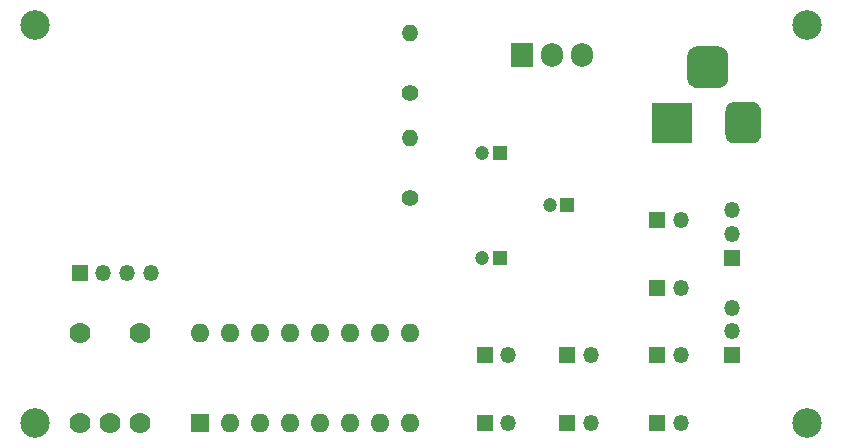
<source format=gbr>
G04 #@! TF.GenerationSoftware,KiCad,Pcbnew,(5.1.5-0-10_14)*
G04 #@! TF.CreationDate,2020-05-21T12:23:14-05:00*
G04 #@! TF.ProjectId,esp12e-oven,65737031-3265-42d6-9f76-656e2e6b6963,rev?*
G04 #@! TF.SameCoordinates,Original*
G04 #@! TF.FileFunction,Soldermask,Bot*
G04 #@! TF.FilePolarity,Negative*
%FSLAX46Y46*%
G04 Gerber Fmt 4.6, Leading zero omitted, Abs format (unit mm)*
G04 Created by KiCad (PCBNEW (5.1.5-0-10_14)) date 2020-05-21 12:23:14*
%MOMM*%
%LPD*%
G04 APERTURE LIST*
%ADD10C,2.500000*%
%ADD11C,0.100000*%
%ADD12R,3.500000X3.500000*%
%ADD13O,1.350000X1.350000*%
%ADD14R,1.350000X1.350000*%
%ADD15O,1.400000X1.400000*%
%ADD16C,1.400000*%
%ADD17C,1.200000*%
%ADD18R,1.200000X1.200000*%
%ADD19O,1.600000X1.600000*%
%ADD20R,1.600000X1.600000*%
%ADD21O,1.905000X2.000000*%
%ADD22R,1.905000X2.000000*%
%ADD23C,1.778000*%
G04 APERTURE END LIST*
D10*
X100330000Y-68580000D03*
X100330000Y-34925000D03*
D11*
G36*
X92860765Y-36734213D02*
G01*
X92945704Y-36746813D01*
X93028999Y-36767677D01*
X93109848Y-36796605D01*
X93187472Y-36833319D01*
X93261124Y-36877464D01*
X93330094Y-36928616D01*
X93393718Y-36986282D01*
X93451384Y-37049906D01*
X93502536Y-37118876D01*
X93546681Y-37192528D01*
X93583395Y-37270152D01*
X93612323Y-37351001D01*
X93633187Y-37434296D01*
X93645787Y-37519235D01*
X93650000Y-37605000D01*
X93650000Y-39355000D01*
X93645787Y-39440765D01*
X93633187Y-39525704D01*
X93612323Y-39608999D01*
X93583395Y-39689848D01*
X93546681Y-39767472D01*
X93502536Y-39841124D01*
X93451384Y-39910094D01*
X93393718Y-39973718D01*
X93330094Y-40031384D01*
X93261124Y-40082536D01*
X93187472Y-40126681D01*
X93109848Y-40163395D01*
X93028999Y-40192323D01*
X92945704Y-40213187D01*
X92860765Y-40225787D01*
X92775000Y-40230000D01*
X91025000Y-40230000D01*
X90939235Y-40225787D01*
X90854296Y-40213187D01*
X90771001Y-40192323D01*
X90690152Y-40163395D01*
X90612528Y-40126681D01*
X90538876Y-40082536D01*
X90469906Y-40031384D01*
X90406282Y-39973718D01*
X90348616Y-39910094D01*
X90297464Y-39841124D01*
X90253319Y-39767472D01*
X90216605Y-39689848D01*
X90187677Y-39608999D01*
X90166813Y-39525704D01*
X90154213Y-39440765D01*
X90150000Y-39355000D01*
X90150000Y-37605000D01*
X90154213Y-37519235D01*
X90166813Y-37434296D01*
X90187677Y-37351001D01*
X90216605Y-37270152D01*
X90253319Y-37192528D01*
X90297464Y-37118876D01*
X90348616Y-37049906D01*
X90406282Y-36986282D01*
X90469906Y-36928616D01*
X90538876Y-36877464D01*
X90612528Y-36833319D01*
X90690152Y-36796605D01*
X90771001Y-36767677D01*
X90854296Y-36746813D01*
X90939235Y-36734213D01*
X91025000Y-36730000D01*
X92775000Y-36730000D01*
X92860765Y-36734213D01*
G37*
G36*
X95723513Y-41433611D02*
G01*
X95796318Y-41444411D01*
X95867714Y-41462295D01*
X95937013Y-41487090D01*
X96003548Y-41518559D01*
X96066678Y-41556398D01*
X96125795Y-41600242D01*
X96180330Y-41649670D01*
X96229758Y-41704205D01*
X96273602Y-41763322D01*
X96311441Y-41826452D01*
X96342910Y-41892987D01*
X96367705Y-41962286D01*
X96385589Y-42033682D01*
X96396389Y-42106487D01*
X96400000Y-42180000D01*
X96400000Y-44180000D01*
X96396389Y-44253513D01*
X96385589Y-44326318D01*
X96367705Y-44397714D01*
X96342910Y-44467013D01*
X96311441Y-44533548D01*
X96273602Y-44596678D01*
X96229758Y-44655795D01*
X96180330Y-44710330D01*
X96125795Y-44759758D01*
X96066678Y-44803602D01*
X96003548Y-44841441D01*
X95937013Y-44872910D01*
X95867714Y-44897705D01*
X95796318Y-44915589D01*
X95723513Y-44926389D01*
X95650000Y-44930000D01*
X94150000Y-44930000D01*
X94076487Y-44926389D01*
X94003682Y-44915589D01*
X93932286Y-44897705D01*
X93862987Y-44872910D01*
X93796452Y-44841441D01*
X93733322Y-44803602D01*
X93674205Y-44759758D01*
X93619670Y-44710330D01*
X93570242Y-44655795D01*
X93526398Y-44596678D01*
X93488559Y-44533548D01*
X93457090Y-44467013D01*
X93432295Y-44397714D01*
X93414411Y-44326318D01*
X93403611Y-44253513D01*
X93400000Y-44180000D01*
X93400000Y-42180000D01*
X93403611Y-42106487D01*
X93414411Y-42033682D01*
X93432295Y-41962286D01*
X93457090Y-41892987D01*
X93488559Y-41826452D01*
X93526398Y-41763322D01*
X93570242Y-41704205D01*
X93619670Y-41649670D01*
X93674205Y-41600242D01*
X93733322Y-41556398D01*
X93796452Y-41518559D01*
X93862987Y-41487090D01*
X93932286Y-41462295D01*
X94003682Y-41444411D01*
X94076487Y-41433611D01*
X94150000Y-41430000D01*
X95650000Y-41430000D01*
X95723513Y-41433611D01*
G37*
D12*
X88900000Y-43180000D03*
D13*
X89630000Y-51435000D03*
D14*
X87630000Y-51435000D03*
D13*
X89630000Y-57150000D03*
D14*
X87630000Y-57150000D03*
D13*
X89630000Y-62865000D03*
D14*
X87630000Y-62865000D03*
D13*
X89630000Y-68580000D03*
D14*
X87630000Y-68580000D03*
D13*
X93980000Y-50610000D03*
X93980000Y-52610000D03*
D14*
X93980000Y-54610000D03*
D13*
X93980000Y-58865000D03*
X93980000Y-60865000D03*
D14*
X93980000Y-62865000D03*
D10*
X34925000Y-68580000D03*
X34925000Y-34925000D03*
D13*
X82010000Y-62865000D03*
D14*
X80010000Y-62865000D03*
D13*
X82010000Y-68580000D03*
D14*
X80010000Y-68580000D03*
D13*
X44735000Y-55880000D03*
X42735000Y-55880000D03*
X40735000Y-55880000D03*
D14*
X38735000Y-55880000D03*
D15*
X66675000Y-44450000D03*
D16*
X66675000Y-49530000D03*
D17*
X72795000Y-54610000D03*
D18*
X74295000Y-54610000D03*
D17*
X78510000Y-50165000D03*
D18*
X80010000Y-50165000D03*
D17*
X72795000Y-45720000D03*
D18*
X74295000Y-45720000D03*
D19*
X48895000Y-60960000D03*
X66675000Y-68580000D03*
X51435000Y-60960000D03*
X64135000Y-68580000D03*
X53975000Y-60960000D03*
X61595000Y-68580000D03*
X56515000Y-60960000D03*
X59055000Y-68580000D03*
X59055000Y-60960000D03*
X56515000Y-68580000D03*
X61595000Y-60960000D03*
X53975000Y-68580000D03*
X64135000Y-60960000D03*
X51435000Y-68580000D03*
X66675000Y-60960000D03*
D20*
X48895000Y-68580000D03*
D21*
X81280000Y-37465000D03*
X78740000Y-37465000D03*
D22*
X76200000Y-37465000D03*
D23*
X38735000Y-68580000D03*
X41275000Y-68580000D03*
X43815000Y-68580000D03*
X43815000Y-60960000D03*
X38735000Y-60960000D03*
D14*
X73025000Y-68580000D03*
D13*
X75025000Y-68580000D03*
X75025000Y-62865000D03*
D14*
X73025000Y-62865000D03*
D16*
X66675000Y-40640000D03*
D15*
X66675000Y-35560000D03*
M02*

</source>
